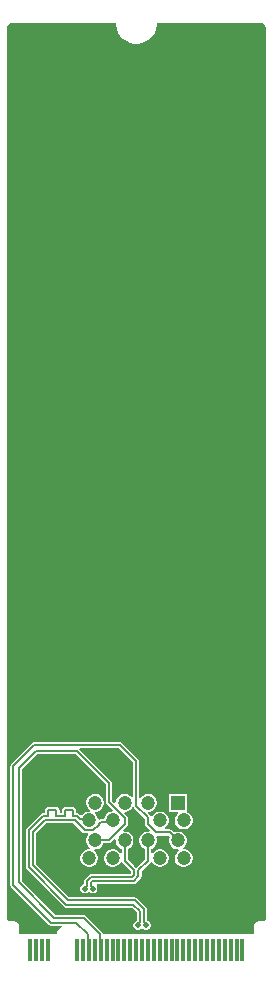
<source format=gbl>
G04*
G04 #@! TF.GenerationSoftware,Altium Limited,Altium Designer,24.5.2 (23)*
G04*
G04 Layer_Physical_Order=2*
G04 Layer_Color=16711680*
%FSLAX44Y44*%
%MOMM*%
G71*
G04*
G04 #@! TF.SameCoordinates,01BA7047-8EBF-4B0B-9F07-F392ECF8FA2C*
G04*
G04*
G04 #@! TF.FilePolarity,Positive*
G04*
G01*
G75*
%ADD11C,0.2000*%
%ADD19C,3.4500*%
%ADD20C,1.2000*%
%ADD21R,1.2000X1.2000*%
%ADD22C,0.5000*%
%ADD23R,0.3500X1.9500*%
G36*
X215001Y799999D02*
X215001Y799999D01*
X215001Y799999D01*
X215001D01*
X216172Y799926D01*
X217832Y799238D01*
X219239Y797832D01*
X220000Y795995D01*
X220000Y795000D01*
X220000Y41999D01*
Y41601D01*
X219695Y40867D01*
X219133Y40304D01*
X218398Y40000D01*
X214501D01*
X214500Y40000D01*
X213525Y39904D01*
X211722Y39158D01*
X210343Y37779D01*
X209596Y35977D01*
X209499Y35001D01*
Y28999D01*
X81500Y28999D01*
X81355Y29725D01*
X80803Y30552D01*
X67302Y44052D01*
X66476Y44605D01*
X65500Y44799D01*
X41556D01*
X12799Y73556D01*
Y167944D01*
X25806Y180951D01*
X58444D01*
X84201Y155194D01*
Y140750D01*
X84395Y139775D01*
X84948Y138948D01*
X90125Y133770D01*
X89599Y132500D01*
X89013D01*
X87105Y131989D01*
X85395Y131002D01*
X83998Y129605D01*
X83011Y127895D01*
X82539Y126132D01*
X80250D01*
X79275Y125938D01*
X78770Y125601D01*
X77812Y125892D01*
X77809Y125894D01*
X77448Y126182D01*
X76989Y127895D01*
X76002Y129605D01*
X74605Y131002D01*
X74209Y131230D01*
X74550Y132500D01*
X75987D01*
X77895Y133011D01*
X79605Y133998D01*
X81002Y135395D01*
X81989Y137105D01*
X82500Y139013D01*
Y140987D01*
X81989Y142895D01*
X81002Y144605D01*
X79605Y146002D01*
X77895Y146989D01*
X75987Y147500D01*
X74013D01*
X72105Y146989D01*
X70395Y146002D01*
X68998Y144605D01*
X68011Y142895D01*
X67500Y140987D01*
Y139013D01*
X68011Y137105D01*
X68998Y135395D01*
X70395Y133998D01*
X70791Y133770D01*
X70450Y132500D01*
X69013D01*
X67105Y131989D01*
X65395Y131002D01*
X63998Y129605D01*
X63898Y129431D01*
X62311Y129223D01*
X61073Y130460D01*
X61073Y130460D01*
X60981Y130552D01*
X60154Y131105D01*
X59179Y131299D01*
X59039D01*
Y133561D01*
X58845Y134537D01*
X58292Y135364D01*
X57466Y135916D01*
X56490Y136110D01*
X49410D01*
X48435Y135916D01*
X47608Y135364D01*
X47055Y134537D01*
X46861Y133561D01*
Y131299D01*
X44879D01*
Y133863D01*
X44685Y134839D01*
X44132Y135666D01*
X43306Y136218D01*
X42330Y136412D01*
X35250D01*
X34275Y136218D01*
X33448Y135666D01*
X32895Y134839D01*
X32701Y133863D01*
Y131299D01*
X31050D01*
X30075Y131105D01*
X29248Y130552D01*
X16948Y118252D01*
X16395Y117425D01*
X16201Y116450D01*
Y85500D01*
X16395Y84524D01*
X16948Y83698D01*
X48698Y51948D01*
X49524Y51395D01*
X50500Y51201D01*
X106444D01*
X110451Y47194D01*
Y40145D01*
X109235Y39641D01*
X108109Y38516D01*
X107500Y37046D01*
Y35454D01*
X108109Y33984D01*
X109235Y32859D01*
X110705Y32250D01*
X112296D01*
X113766Y32859D01*
X114750Y33843D01*
X115735Y32859D01*
X117205Y32250D01*
X118796D01*
X120266Y32859D01*
X121391Y33984D01*
X122000Y35454D01*
Y37046D01*
X121391Y38516D01*
X120266Y39641D01*
X119049Y40145D01*
Y49699D01*
X118855Y50675D01*
X118303Y51502D01*
X110752Y59052D01*
X109925Y59605D01*
X108950Y59799D01*
X53005D01*
X24799Y88006D01*
Y113944D01*
X33556Y122701D01*
X56673D01*
X64677Y114698D01*
X65504Y114145D01*
X66479Y113951D01*
X68685D01*
X69171Y112778D01*
X68998Y112605D01*
X68011Y110895D01*
X67500Y108987D01*
Y107013D01*
X68011Y105105D01*
X68998Y103395D01*
X70395Y101999D01*
X70791Y101770D01*
X70450Y100500D01*
X69013D01*
X67105Y99989D01*
X65395Y99002D01*
X63998Y97605D01*
X63011Y95895D01*
X62500Y93987D01*
Y92013D01*
X63011Y90105D01*
X63998Y88395D01*
X65395Y86999D01*
X67105Y86011D01*
X69013Y85500D01*
X70987D01*
X72895Y86011D01*
X74605Y86999D01*
X76002Y88395D01*
X76989Y90105D01*
X77500Y92013D01*
Y93987D01*
X76989Y95895D01*
X76002Y97605D01*
X74605Y99002D01*
X74209Y99230D01*
X74550Y100500D01*
X75987D01*
X77895Y101011D01*
X79605Y101999D01*
X81002Y103395D01*
X81989Y105105D01*
X82082Y105451D01*
X86500D01*
X87475Y105645D01*
X88302Y106198D01*
X91290Y109186D01*
X91445Y109160D01*
X92500Y108599D01*
Y107013D01*
X93011Y105105D01*
X93998Y103395D01*
X95395Y101999D01*
X97105Y101011D01*
X97451Y100918D01*
Y97634D01*
X96181Y97294D01*
X96002Y97605D01*
X94605Y99002D01*
X92895Y99989D01*
X90987Y100500D01*
X89013D01*
X87105Y99989D01*
X85395Y99002D01*
X83998Y97605D01*
X83011Y95895D01*
X82500Y93987D01*
Y92013D01*
X83011Y90105D01*
X83998Y88395D01*
X85395Y86999D01*
X87105Y86011D01*
X89013Y85500D01*
X90987D01*
X92895Y86011D01*
X94605Y86999D01*
X96002Y88395D01*
X96572Y89383D01*
X98048Y89400D01*
X98198Y89177D01*
X104677Y82698D01*
X104740Y82656D01*
X105701Y81694D01*
Y80006D01*
X105245Y79549D01*
X71301D01*
X70325Y79355D01*
X69498Y78802D01*
X66198Y75502D01*
X65646Y74675D01*
X65452Y73700D01*
Y71145D01*
X64235Y70641D01*
X63109Y69516D01*
X62501Y68046D01*
Y66454D01*
X63109Y64984D01*
X64235Y63859D01*
X65705Y63250D01*
X67296D01*
X68766Y63859D01*
X69750Y64843D01*
X70735Y63859D01*
X72205Y63250D01*
X73796D01*
X75266Y63859D01*
X76392Y64984D01*
X77000Y66454D01*
Y68046D01*
X76392Y69516D01*
X76226Y69681D01*
X76752Y70951D01*
X107750D01*
X108726Y71145D01*
X109552Y71698D01*
X113552Y75698D01*
X114105Y76525D01*
X114299Y77500D01*
Y81673D01*
X121802Y89177D01*
X121952Y89400D01*
X123428Y89383D01*
X123998Y88395D01*
X125395Y86999D01*
X127105Y86011D01*
X129013Y85500D01*
X130987D01*
X132895Y86011D01*
X134605Y86999D01*
X136002Y88395D01*
X136989Y90105D01*
X137500Y92013D01*
Y93987D01*
X136989Y95895D01*
X136002Y97605D01*
X134605Y99002D01*
X132895Y99989D01*
X130987Y100500D01*
X129013D01*
X127105Y99989D01*
X125395Y99002D01*
X123998Y97605D01*
X123819Y97294D01*
X122549Y97634D01*
Y100918D01*
X122895Y101011D01*
X124605Y101999D01*
X126002Y103395D01*
X126989Y105105D01*
X127500Y107013D01*
Y108987D01*
X126989Y110895D01*
X126968Y110931D01*
X127701Y112201D01*
X137194D01*
X138190Y111205D01*
X138011Y110895D01*
X137500Y108987D01*
Y107013D01*
X138011Y105105D01*
X138998Y103395D01*
X140395Y101999D01*
X142105Y101011D01*
X144013Y100500D01*
X145450D01*
X145791Y99230D01*
X145395Y99002D01*
X143998Y97605D01*
X143011Y95895D01*
X142500Y93987D01*
Y92013D01*
X143011Y90105D01*
X143998Y88395D01*
X145395Y86999D01*
X147105Y86011D01*
X149013Y85500D01*
X150987D01*
X152895Y86011D01*
X154605Y86999D01*
X156002Y88395D01*
X156989Y90105D01*
X157500Y92013D01*
Y93987D01*
X156989Y95895D01*
X156002Y97605D01*
X154605Y99002D01*
X152895Y99989D01*
X150987Y100500D01*
X149550D01*
X149209Y101770D01*
X149605Y101999D01*
X151002Y103395D01*
X151989Y105105D01*
X152500Y107013D01*
Y108987D01*
X151989Y110895D01*
X151002Y112605D01*
X149605Y114002D01*
X147895Y114989D01*
X145987Y115500D01*
X144013D01*
X142105Y114989D01*
X141795Y114810D01*
X140052Y116552D01*
X139226Y117105D01*
X138250Y117299D01*
X134201D01*
X133861Y118569D01*
X134605Y118998D01*
X136002Y120395D01*
X136989Y122105D01*
X137500Y124013D01*
Y125987D01*
X136989Y127895D01*
X136002Y129605D01*
X134605Y131002D01*
X132895Y131989D01*
X130987Y132500D01*
X129013D01*
X127105Y131989D01*
X125395Y131002D01*
X123998Y129605D01*
X123386Y128544D01*
X123265Y128522D01*
X122828Y128504D01*
X121984Y128656D01*
X121552Y129302D01*
X119625Y131230D01*
X120151Y132500D01*
X120987D01*
X122895Y133011D01*
X124605Y133998D01*
X126002Y135395D01*
X126989Y137105D01*
X127500Y139013D01*
Y140987D01*
X126989Y142895D01*
X126002Y144605D01*
X124605Y146002D01*
X122895Y146989D01*
X120987Y147500D01*
X119013D01*
X117105Y146989D01*
X115395Y146002D01*
X113998Y144605D01*
X113569Y143861D01*
X112299Y144201D01*
Y175250D01*
X112105Y176225D01*
X111552Y177052D01*
X97802Y190802D01*
X96975Y191355D01*
X96000Y191549D01*
X23500D01*
X22524Y191355D01*
X21698Y190802D01*
X3948Y173052D01*
X3395Y172225D01*
X3201Y171250D01*
Y70500D01*
X3395Y69524D01*
X3948Y68698D01*
X35948Y36698D01*
X36775Y36145D01*
X37750Y35951D01*
X46833D01*
X47086Y34681D01*
X45416Y33989D01*
X43761Y32333D01*
X42866Y30170D01*
X42751Y28999D01*
X10500Y28999D01*
Y35001D01*
X10500D01*
X10500Y35001D01*
X10500Y35002D01*
X10404Y35977D01*
X10326Y36165D01*
X9657Y37779D01*
X8277Y39158D01*
X6475Y39904D01*
X5499Y40000D01*
X1601Y40000D01*
X867Y40304D01*
X304Y40867D01*
X0Y41601D01*
Y41999D01*
Y795000D01*
X-0Y795995D01*
X761Y797832D01*
X2167Y799238D01*
X4004Y799999D01*
X4999Y799999D01*
X92500Y800000D01*
X92584Y798285D01*
X93254Y794920D01*
X94566Y791750D01*
X96472Y788898D01*
X98898Y786472D01*
X101750Y784566D01*
X104920Y783254D01*
X108285Y782584D01*
X111715D01*
X115080Y783254D01*
X118249Y784566D01*
X121102Y786472D01*
X123528Y788898D01*
X125434Y791750D01*
X126746Y794920D01*
X127416Y798285D01*
X127500Y800000D01*
X215001Y799999D01*
D02*
G37*
G36*
X107201Y174194D02*
Y145068D01*
X106249Y144700D01*
X105931Y144676D01*
X104605Y146002D01*
X102895Y146989D01*
X100987Y147500D01*
X99013D01*
X97105Y146989D01*
X95395Y146002D01*
X93998Y144605D01*
X93011Y142895D01*
X92500Y140987D01*
Y140401D01*
X91230Y139875D01*
X89299Y141806D01*
Y156250D01*
X89105Y157225D01*
X88552Y158052D01*
X61424Y185181D01*
X61492Y185687D01*
X61869Y186451D01*
X94944D01*
X107201Y174194D01*
D02*
G37*
G36*
X107948Y135698D02*
X117201Y126444D01*
Y121750D01*
X117395Y120774D01*
X117948Y119948D01*
X121186Y116709D01*
X121160Y116555D01*
X120599Y115500D01*
X119013D01*
X117105Y114989D01*
X115395Y114002D01*
X113998Y112605D01*
X113011Y110895D01*
X112500Y108987D01*
Y107013D01*
X113011Y105105D01*
X113998Y103395D01*
X115395Y101999D01*
X117105Y101011D01*
X117451Y100918D01*
Y92035D01*
X110010Y84594D01*
X108302Y86302D01*
X108240Y86344D01*
X102549Y92035D01*
Y100918D01*
X102895Y101011D01*
X104605Y101999D01*
X106002Y103395D01*
X106989Y105105D01*
X107500Y107013D01*
Y108987D01*
X106989Y110895D01*
X106002Y112605D01*
X104605Y114002D01*
X102895Y114989D01*
X100987Y115500D01*
X99401D01*
X98840Y116555D01*
X98814Y116709D01*
X102052Y119948D01*
X102605Y120774D01*
X102799Y121750D01*
Y127250D01*
X102605Y128225D01*
X102052Y129052D01*
X99875Y131230D01*
X100401Y132500D01*
X100987D01*
X102895Y133011D01*
X104605Y133998D01*
X106002Y135395D01*
X106315Y135939D01*
X107784Y135942D01*
X107948Y135698D01*
D02*
G37*
%LPC*%
G36*
X152500Y147500D02*
X137500D01*
Y132500D01*
X145450D01*
X145791Y131230D01*
X145395Y131002D01*
X143998Y129605D01*
X143011Y127895D01*
X142500Y125987D01*
Y124013D01*
X143011Y122105D01*
X143998Y120395D01*
X145395Y118998D01*
X147105Y118011D01*
X149013Y117500D01*
X150987D01*
X152895Y118011D01*
X154605Y118998D01*
X156002Y120395D01*
X156989Y122105D01*
X157500Y124013D01*
Y125987D01*
X156989Y127895D01*
X156002Y129605D01*
X154605Y131002D01*
X153430Y131680D01*
X152817Y132220D01*
X152500Y133165D01*
X152500Y133410D01*
Y147500D01*
D02*
G37*
%LPD*%
D11*
X96000Y189000D02*
X109750Y175250D01*
Y137500D02*
X119750Y127500D01*
X109750Y137500D02*
Y175250D01*
X119750Y121750D02*
Y127500D01*
Y121750D02*
X126750Y114750D01*
X138250D01*
X145000Y108000D01*
X86750Y140750D02*
X100250Y127250D01*
X86500Y108000D02*
X100250Y121750D01*
Y127250D01*
X86750Y140750D02*
Y156250D01*
X75000Y108000D02*
X86500D01*
X59500Y183500D02*
X86750Y156250D01*
X59179Y128750D02*
X59271Y128658D01*
X56490Y128750D02*
X59179D01*
X56490D02*
Y133561D01*
X49410D02*
X56490D01*
X49410Y128750D02*
Y133561D01*
X42330Y128750D02*
X49410D01*
X42330D02*
Y133863D01*
X35250D02*
X42330D01*
X35250Y128750D02*
Y133863D01*
X34250Y128750D02*
X35250D01*
X59271Y128658D02*
X62172Y125757D01*
X31050Y128750D02*
X34250D01*
X18750Y85500D02*
X50500Y53750D01*
X18750Y85500D02*
Y116450D01*
X50500Y53750D02*
X107500D01*
X22250Y86950D02*
X51950Y57250D01*
X108950D01*
X113000Y38562D02*
Y48250D01*
X108950Y57250D02*
X116500Y49699D01*
X107500Y53750D02*
X113000Y48250D01*
X116500Y38562D02*
Y49699D01*
X22250Y115000D02*
X32500Y125250D01*
X18750Y116450D02*
X31050Y128750D01*
X22250Y86950D02*
Y115000D01*
X66479Y116500D02*
X73521D01*
X57729Y125250D02*
X66479Y116500D01*
X32500Y125250D02*
X57729D01*
X62172Y125757D02*
X69243D01*
X70000Y125000D01*
X100000Y90979D02*
Y108000D01*
X106479Y84500D02*
X106500D01*
X108250Y82750D01*
Y78950D02*
Y82750D01*
X100000Y90979D02*
X106479Y84500D01*
X111750Y77500D02*
Y82729D01*
X120000Y90979D01*
X72751Y73500D02*
X107750D01*
X106300Y77000D02*
X108250Y78950D01*
X107750Y73500D02*
X111750Y77500D01*
X71301Y77000D02*
X106300D01*
X120000Y90979D02*
Y108000D01*
X71501Y69562D02*
X73000Y68062D01*
X71501Y69562D02*
Y72250D01*
X66501Y67250D02*
Y68062D01*
X68000Y69562D02*
Y73700D01*
X66501Y68062D02*
X68000Y69562D01*
Y73700D02*
X71301Y77000D01*
X73000Y67250D02*
Y68062D01*
X71501Y72250D02*
X72751Y73500D01*
X65500Y42250D02*
X79001Y28750D01*
X40500Y42250D02*
X65500D01*
X118000Y36250D02*
Y37062D01*
X116500Y38562D02*
X118000Y37062D01*
X111500Y36250D02*
Y37062D01*
X113000Y38562D01*
X78500Y121479D02*
Y121833D01*
X73521Y116500D02*
X78500Y121479D01*
Y121833D02*
X80250Y123583D01*
X88583D01*
X79001Y16000D02*
Y28750D01*
X59250Y38500D02*
X69001Y28749D01*
Y16000D02*
Y28749D01*
X37750Y38500D02*
X59250D01*
X88583Y123583D02*
X90000Y125000D01*
X10250Y72500D02*
Y169000D01*
X24750Y183500D01*
X5750Y70500D02*
Y171250D01*
Y70500D02*
X37750Y38500D01*
X10250Y72500D02*
X40500Y42250D01*
X24750Y183500D02*
X59500D01*
X5750Y171250D02*
X23500Y189000D01*
X96000D01*
X79001Y16000D02*
X79750Y15250D01*
D19*
X44300Y103200D02*
D03*
X175700D02*
D03*
X44300Y160000D02*
D03*
X175700D02*
D03*
D20*
X150000Y93000D02*
D03*
X130000D02*
D03*
X110000D02*
D03*
X90000D02*
D03*
X70000D02*
D03*
X75000Y108000D02*
D03*
X100000D02*
D03*
X120000D02*
D03*
X145000D02*
D03*
X150000Y125000D02*
D03*
X130000D02*
D03*
X110000D02*
D03*
X90000D02*
D03*
X70000D02*
D03*
X75000Y140000D02*
D03*
X100000D02*
D03*
X120000D02*
D03*
D21*
X145000D02*
D03*
D22*
X201250Y735000D02*
D03*
X171250Y770000D02*
D03*
X140833Y735000D02*
D03*
X92499Y782499D02*
D03*
X127501Y782499D02*
D03*
X110000Y775250D02*
D03*
X97750Y155750D02*
D03*
X210500Y78500D02*
D03*
X164500Y69750D02*
D03*
X123750Y80750D02*
D03*
X98500Y83500D02*
D03*
X93250Y67000D02*
D03*
X77250Y44750D02*
D03*
X50000Y770000D02*
D03*
X80417Y735000D02*
D03*
X20000D02*
D03*
X50000Y695000D02*
D03*
Y620000D02*
D03*
X140833Y585000D02*
D03*
X80417D02*
D03*
X50000Y545000D02*
D03*
X110417D02*
D03*
X170833D02*
D03*
X140833Y510000D02*
D03*
X80417D02*
D03*
X20000D02*
D03*
X50000Y470000D02*
D03*
X110417D02*
D03*
X170833D02*
D03*
X140833Y435000D02*
D03*
X80417D02*
D03*
X20000D02*
D03*
X50000Y395000D02*
D03*
X110417D02*
D03*
X170833D02*
D03*
X140833Y360000D02*
D03*
X80417D02*
D03*
X20000D02*
D03*
Y285000D02*
D03*
X80417D02*
D03*
X201250D02*
D03*
X140833D02*
D03*
X170833Y320000D02*
D03*
X50000D02*
D03*
Y245000D02*
D03*
X110417D02*
D03*
X170833D02*
D03*
X140833Y210000D02*
D03*
X201250D02*
D03*
X80417D02*
D03*
X20000D02*
D03*
X94000Y171000D02*
D03*
X78250Y180250D02*
D03*
X19750Y160500D02*
D03*
Y132750D02*
D03*
X77500Y62500D02*
D03*
X57000Y67750D02*
D03*
X192750Y59500D02*
D03*
X205250Y45500D02*
D03*
X211000Y61750D02*
D03*
X189250Y40750D02*
D03*
X174250D02*
D03*
X156000Y41250D02*
D03*
X141000D02*
D03*
X149500Y69750D02*
D03*
X118250Y60000D02*
D03*
X133250D02*
D03*
X40750Y52500D02*
D03*
X19250Y74500D02*
D03*
X7500Y53000D02*
D03*
X22000Y36500D02*
D03*
X122250Y45000D02*
D03*
X107250D02*
D03*
X73000Y67250D02*
D03*
X66501D02*
D03*
X118000Y36250D02*
D03*
X111500D02*
D03*
D23*
X19751Y15250D02*
D03*
X24749D02*
D03*
X29751D02*
D03*
X34749D02*
D03*
X59751D02*
D03*
X64749D02*
D03*
X69750D02*
D03*
X74749D02*
D03*
X79750D02*
D03*
X84749D02*
D03*
X89750D02*
D03*
X94749D02*
D03*
X99750D02*
D03*
X104749D02*
D03*
X109750D02*
D03*
X114752D02*
D03*
X119750D02*
D03*
X124752D02*
D03*
X129750D02*
D03*
X134752D02*
D03*
X139750D02*
D03*
X144752D02*
D03*
X149750D02*
D03*
X154752D02*
D03*
X159750D02*
D03*
X164752D02*
D03*
X169750D02*
D03*
X174752D02*
D03*
X179750D02*
D03*
X184752D02*
D03*
X189750D02*
D03*
X194752D02*
D03*
X199750D02*
D03*
M02*

</source>
